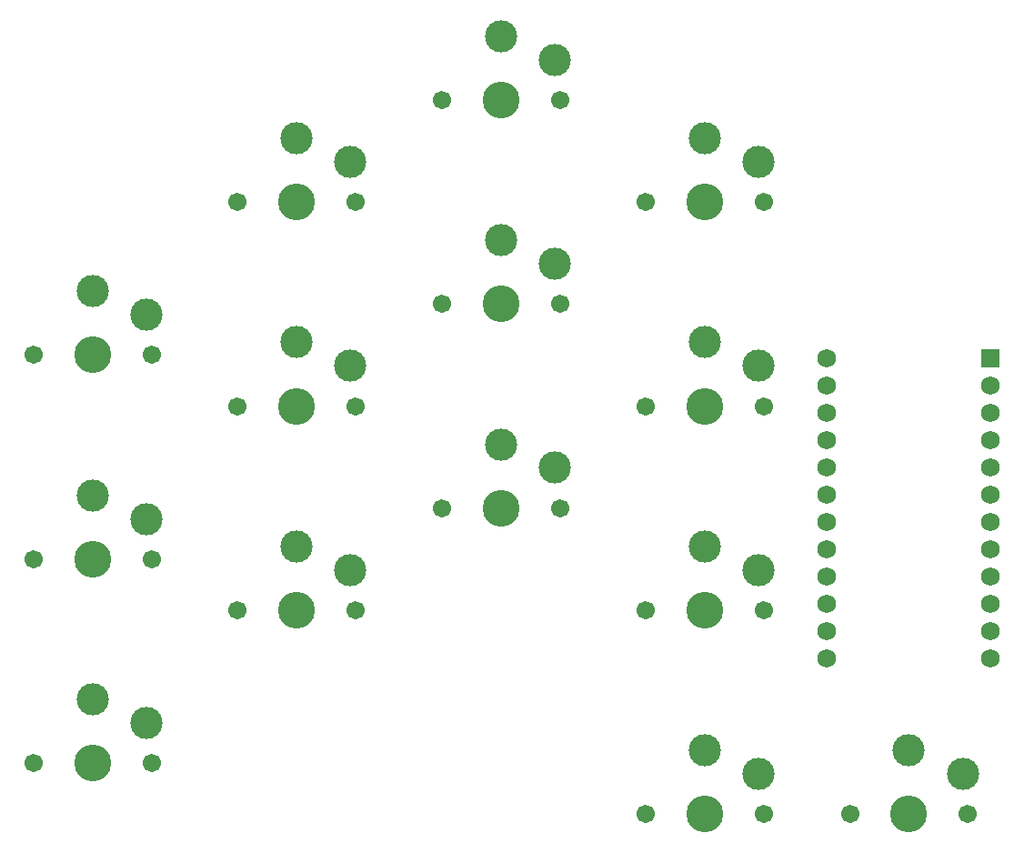
<source format=gbr>
%TF.GenerationSoftware,KiCad,Pcbnew,8.0.1*%
%TF.CreationDate,2024-11-14T23:23:20-08:00*%
%TF.ProjectId,roo_left_auto_routed,726f6f5f-6c65-4667-945f-6175746f5f72,0.1.0*%
%TF.SameCoordinates,Original*%
%TF.FileFunction,Soldermask,Top*%
%TF.FilePolarity,Negative*%
%FSLAX46Y46*%
G04 Gerber Fmt 4.6, Leading zero omitted, Abs format (unit mm)*
G04 Created by KiCad (PCBNEW 8.0.1) date 2024-11-14 23:23:20*
%MOMM*%
%LPD*%
G01*
G04 APERTURE LIST*
%ADD10C,1.701800*%
%ADD11C,3.000000*%
%ADD12C,3.429000*%
%ADD13R,1.752600X1.752600*%
%ADD14C,1.752600*%
G04 APERTURE END LIST*
D10*
%TO.C,S13*%
X212085800Y-173585800D03*
D11*
X217585800Y-167635800D03*
D12*
X217585800Y-173585800D03*
D11*
X222585800Y-169835800D03*
D10*
X223085800Y-173585800D03*
%TD*%
%TO.C,S10*%
X212085800Y-154585800D03*
D11*
X217585800Y-148635800D03*
D12*
X217585800Y-154585800D03*
D11*
X222585800Y-150835800D03*
D10*
X223085800Y-154585800D03*
%TD*%
%TO.C,S11*%
X212085800Y-135585800D03*
D11*
X217585800Y-129635800D03*
D12*
X217585800Y-135585800D03*
D11*
X222585800Y-131835800D03*
D10*
X223085800Y-135585800D03*
%TD*%
%TO.C,S5*%
X174085800Y-135585800D03*
D11*
X179585800Y-129635800D03*
D12*
X179585800Y-135585800D03*
D11*
X184585800Y-131835800D03*
D10*
X185085800Y-135585800D03*
%TD*%
D13*
%TO.C,MCU1*%
X244205800Y-131115800D03*
D14*
X244205800Y-133655800D03*
X244205800Y-136195800D03*
X244205800Y-138735800D03*
X244205800Y-141275800D03*
X244205800Y-143815800D03*
X244205800Y-146355800D03*
X244205800Y-148895800D03*
X244205800Y-151435800D03*
X244205800Y-153975800D03*
X244205800Y-156515800D03*
X244205800Y-159055800D03*
X228965800Y-131115800D03*
X228965800Y-133655800D03*
X228965800Y-136195800D03*
X228965800Y-138735800D03*
X228965800Y-141275800D03*
X228965800Y-143815800D03*
X228965800Y-146355800D03*
X228965800Y-148895800D03*
X228965800Y-151435800D03*
X228965800Y-153975800D03*
X228965800Y-156515800D03*
X228965800Y-159055800D03*
%TD*%
D10*
%TO.C,S1*%
X155085800Y-168835800D03*
D11*
X160585800Y-162885800D03*
D12*
X160585800Y-168835800D03*
D11*
X165585800Y-165085800D03*
D10*
X166085800Y-168835800D03*
%TD*%
%TO.C,S7*%
X193085800Y-145085800D03*
D11*
X198585800Y-139135800D03*
D12*
X198585800Y-145085800D03*
D11*
X203585800Y-141335800D03*
D10*
X204085800Y-145085800D03*
%TD*%
%TO.C,S3*%
X155085800Y-130835800D03*
D11*
X160585800Y-124885800D03*
D12*
X160585800Y-130835800D03*
D11*
X165585800Y-127085800D03*
D10*
X166085800Y-130835800D03*
%TD*%
%TO.C,S14*%
X231085800Y-173585800D03*
D11*
X236585800Y-167635800D03*
D12*
X236585800Y-173585800D03*
D11*
X241585800Y-169835800D03*
D10*
X242085800Y-173585800D03*
%TD*%
%TO.C,S8*%
X193085800Y-126085800D03*
D11*
X198585800Y-120135800D03*
D12*
X198585800Y-126085800D03*
D11*
X203585800Y-122335800D03*
D10*
X204085800Y-126085800D03*
%TD*%
%TO.C,S9*%
X193085800Y-107085800D03*
D11*
X198585800Y-101135800D03*
D12*
X198585800Y-107085800D03*
D11*
X203585800Y-103335800D03*
D10*
X204085800Y-107085800D03*
%TD*%
%TO.C,S12*%
X212085800Y-116585800D03*
D11*
X217585800Y-110635800D03*
D12*
X217585800Y-116585800D03*
D11*
X222585800Y-112835800D03*
D10*
X223085800Y-116585800D03*
%TD*%
%TO.C,S4*%
X174085800Y-154585800D03*
D11*
X179585800Y-148635800D03*
D12*
X179585800Y-154585800D03*
D11*
X184585800Y-150835800D03*
D10*
X185085800Y-154585800D03*
%TD*%
%TO.C,S2*%
X155085800Y-149835800D03*
D11*
X160585800Y-143885800D03*
D12*
X160585800Y-149835800D03*
D11*
X165585800Y-146085800D03*
D10*
X166085800Y-149835800D03*
%TD*%
%TO.C,S6*%
X174085800Y-116585800D03*
D11*
X179585800Y-110635800D03*
D12*
X179585800Y-116585800D03*
D11*
X184585800Y-112835800D03*
D10*
X185085800Y-116585800D03*
%TD*%
M02*

</source>
